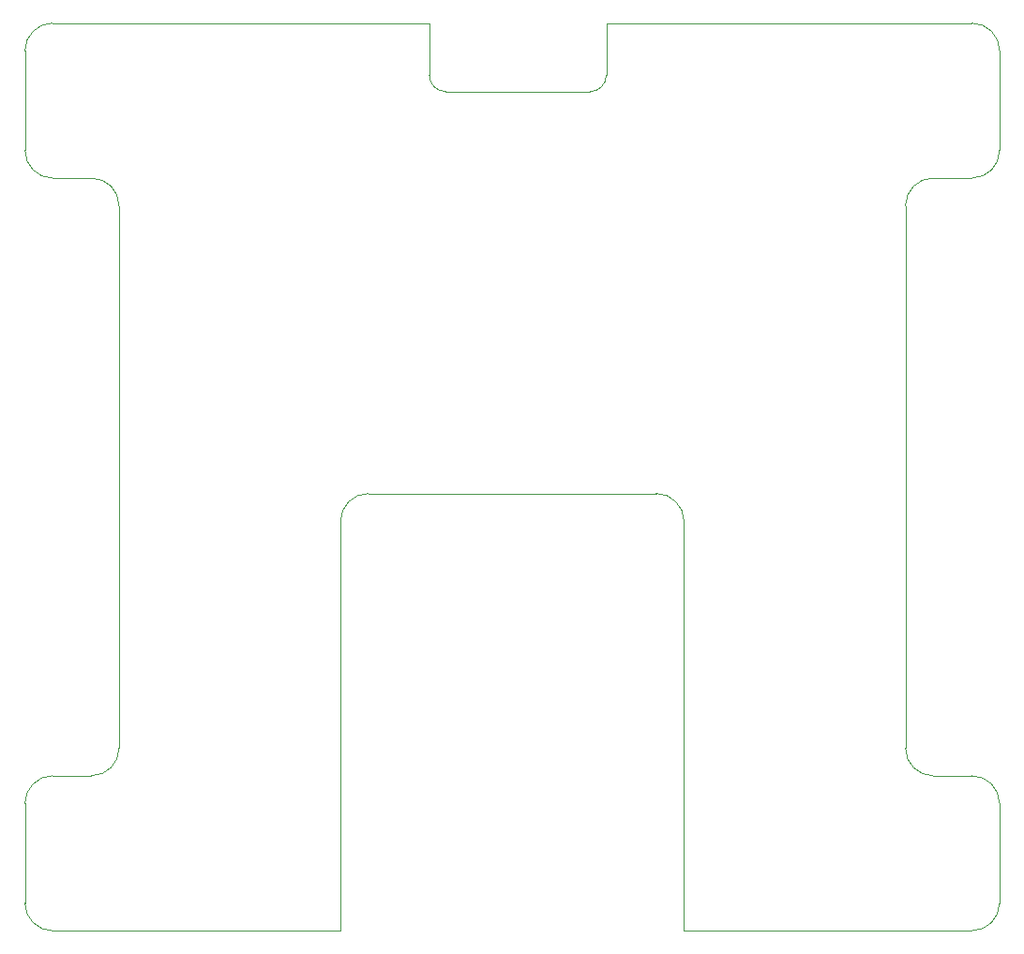
<source format=gbr>
%TF.GenerationSoftware,KiCad,Pcbnew,(6.0.7)*%
%TF.CreationDate,2022-10-18T10:08:26+03:00*%
%TF.ProjectId,TL-Node Rev.0,544c2d4e-6f64-4652-9052-65762e302e6b,rev?*%
%TF.SameCoordinates,Original*%
%TF.FileFunction,Profile,NP*%
%FSLAX46Y46*%
G04 Gerber Fmt 4.6, Leading zero omitted, Abs format (unit mm)*
G04 Created by KiCad (PCBNEW (6.0.7)) date 2022-10-18 10:08:26*
%MOMM*%
%LPD*%
G01*
G04 APERTURE LIST*
%TA.AperFunction,Profile*%
%ADD10C,0.100000*%
%TD*%
G04 APERTURE END LIST*
D10*
X56000000Y-129500000D02*
G75*
G03*
X58500000Y-132000000I2500000J0D01*
G01*
X141500000Y-64000000D02*
G75*
G03*
X144000000Y-61500000I0J2500000D01*
G01*
X144000000Y-52500000D02*
G75*
G03*
X141500000Y-50000000I-2500000J0D01*
G01*
X64500000Y-66500000D02*
X64500000Y-115500000D01*
X141500000Y-132000000D02*
X115500000Y-132000000D01*
X92500000Y-54689340D02*
X92500000Y-50000000D01*
X135500000Y-115500000D02*
X135500000Y-66500000D01*
X58500000Y-118000000D02*
G75*
G03*
X56000000Y-120500000I0J-2500000D01*
G01*
X62000000Y-118000000D02*
G75*
G03*
X64500000Y-115500000I0J2500000D01*
G01*
X141500000Y-50000000D02*
X108500000Y-50000000D01*
X58500000Y-64000000D02*
X62000000Y-64000000D01*
X84500000Y-95000000D02*
X84500000Y-132000000D01*
X56000000Y-61500000D02*
G75*
G03*
X58500000Y-64000000I2500000J0D01*
G01*
X87000000Y-92500000D02*
G75*
G03*
X84500000Y-95000000I0J-2500000D01*
G01*
X115500000Y-95000000D02*
G75*
G03*
X113000000Y-92500000I-2500000J0D01*
G01*
X144000000Y-129500000D02*
X144000000Y-120500000D01*
X144000000Y-120500000D02*
G75*
G03*
X141500000Y-118000000I-2500000J0D01*
G01*
X144000000Y-52500000D02*
X144000000Y-61500000D01*
X56000000Y-120500000D02*
X56000000Y-129500000D01*
X58500000Y-132000000D02*
X84500000Y-132000000D01*
X64500000Y-66500000D02*
G75*
G03*
X62000000Y-64000000I-2500000J0D01*
G01*
X92499960Y-54689340D02*
G75*
G03*
X94000000Y-56189340I1500040J40D01*
G01*
X115500000Y-95000000D02*
X115500000Y-132000000D01*
X141500000Y-118000000D02*
X138000000Y-118000000D01*
X138000000Y-64000000D02*
G75*
G03*
X135500000Y-66500000I0J-2500000D01*
G01*
X135500000Y-115500000D02*
G75*
G03*
X138000000Y-118000000I2500000J0D01*
G01*
X58500000Y-50000000D02*
G75*
G03*
X56000000Y-52500000I0J-2500000D01*
G01*
X113000000Y-92500000D02*
X87000000Y-92500000D01*
X138000000Y-64000000D02*
X141500000Y-64000000D01*
X56000000Y-52500000D02*
X56000000Y-61500000D01*
X108500000Y-54689340D02*
X108500000Y-50000000D01*
X62000000Y-118000000D02*
X58500000Y-118000000D01*
X58500000Y-50000000D02*
X92500000Y-50000000D01*
X141500000Y-132000000D02*
G75*
G03*
X144000000Y-129500000I0J2500000D01*
G01*
X107000000Y-56189300D02*
G75*
G03*
X108500000Y-54689340I0J1500000D01*
G01*
X107000000Y-56189340D02*
X94000000Y-56189340D01*
M02*

</source>
